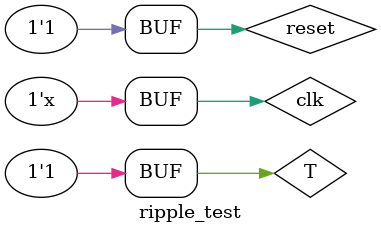
<source format=v>
`timescale 1ns / 1ps


module ripple_test;

	// Inputs
	reg T;
	reg clk;
	reg reset;

	// Outputs
	wire [7:0] out;

	// Instantiate the Unit Under Test (UUT)
	ripple_counter uut (
		.out(out), 
		.T(T), 
		.clk(clk), 
		.reset(reset)
	);

	initial begin
		// Initialize Inputs
		T = 1;
		clk = 0;
		reset = 0;

		// Wait 100 ns for global reset to finish
		#100;
        
		// Add stimulus here

	end
     always #5 reset =1;
	  always #10 clk = ~clk;
endmodule


</source>
